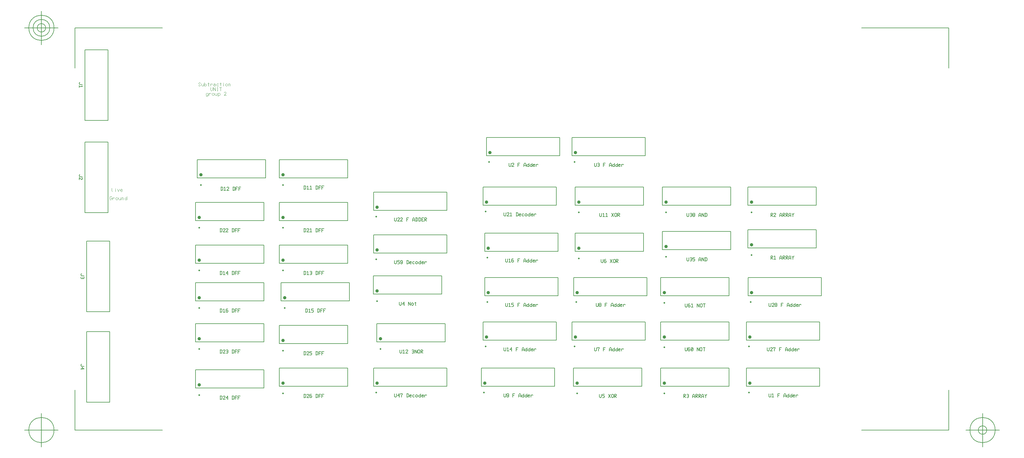
<source format=gbr>
G04 Generated by Ultiboard 14.1 *
%FSLAX24Y24*%
%MOIN*%

%ADD10C,0.0001*%
%ADD11C,0.0061*%
%ADD12C,0.0079*%
%ADD13C,0.0037*%
%ADD14C,0.0080*%
%ADD15C,0.0050*%
%ADD16C,0.01969*%
%ADD17C,0.03937*%


G04 ColorRGB FFFF00 for the following layer *
%LNSilkscreen Top*%
%LPD*%
G54D10*
G54D11*
X-34549Y-5386D02*
X-34628Y-5465D01*
X-34628Y-5543D01*
X-34549Y-5622D01*
X-34234Y-5622D01*
X-34470Y-5974D02*
X-34470Y-5739D01*
X-34234Y-5935D01*
X-34628Y-5935D01*
X-34628Y-5896D02*
X-34628Y-5974D01*
X-34549Y5214D02*
X-34628Y5135D01*
X-34628Y5057D01*
X-34549Y4978D01*
X-34234Y4978D01*
X-34273Y4822D02*
X-34234Y4782D01*
X-34234Y4704D01*
X-34313Y4626D01*
X-34391Y4626D01*
X-34431Y4665D01*
X-34470Y4626D01*
X-34549Y4626D01*
X-34628Y4704D01*
X-34628Y4782D01*
X-34588Y4822D01*
X-34431Y4782D02*
X-34431Y4665D01*
X-34749Y16814D02*
X-34828Y16735D01*
X-34828Y16657D01*
X-34749Y16578D01*
X-34434Y16578D01*
X-34513Y16461D02*
X-34434Y16382D01*
X-34434Y16304D01*
X-34513Y16226D01*
X-34552Y16226D01*
X-34828Y16461D01*
X-34828Y16226D01*
X-34788Y16226D01*
X-34749Y27614D02*
X-34828Y27535D01*
X-34828Y27457D01*
X-34749Y27378D01*
X-34434Y27378D01*
X-34513Y27222D02*
X-34434Y27143D01*
X-34828Y27143D01*
X-34828Y27261D02*
X-34828Y27026D01*
X36049Y1698D02*
X36049Y1383D01*
X36128Y1304D01*
X36206Y1304D01*
X36284Y1383D01*
X36284Y1698D01*
X36598Y1698D02*
X36480Y1698D01*
X36402Y1619D01*
X36402Y1462D01*
X36402Y1383D01*
X36480Y1304D01*
X36559Y1304D01*
X36637Y1383D01*
X36637Y1462D01*
X36559Y1541D01*
X36480Y1541D01*
X36402Y1462D01*
X36794Y1619D02*
X36872Y1698D01*
X36872Y1304D01*
X36755Y1304D02*
X36990Y1304D01*
X37460Y1304D02*
X37460Y1698D01*
X37696Y1304D01*
X37696Y1698D01*
X37813Y1383D02*
X37891Y1304D01*
X37970Y1304D01*
X38048Y1383D01*
X38048Y1619D01*
X37970Y1698D01*
X37891Y1698D01*
X37813Y1619D01*
X37813Y1383D01*
X38283Y1304D02*
X38283Y1698D01*
X38166Y1698D02*
X38401Y1698D01*
X36034Y-3439D02*
X36034Y-3754D01*
X36112Y-3833D01*
X36190Y-3833D01*
X36269Y-3754D01*
X36269Y-3439D01*
X36582Y-3439D02*
X36465Y-3439D01*
X36386Y-3518D01*
X36386Y-3676D01*
X36386Y-3754D01*
X36465Y-3833D01*
X36543Y-3833D01*
X36622Y-3754D01*
X36622Y-3676D01*
X36543Y-3597D01*
X36465Y-3597D01*
X36386Y-3676D01*
X36739Y-3518D02*
X36818Y-3439D01*
X36896Y-3439D01*
X36974Y-3518D01*
X36974Y-3754D01*
X36896Y-3833D01*
X36818Y-3833D01*
X36739Y-3754D01*
X36739Y-3518D01*
X36974Y-3518D02*
X36739Y-3754D01*
X37445Y-3833D02*
X37445Y-3439D01*
X37680Y-3833D01*
X37680Y-3439D01*
X37797Y-3754D02*
X37876Y-3833D01*
X37954Y-3833D01*
X38033Y-3754D01*
X38033Y-3518D01*
X37954Y-3439D01*
X37876Y-3439D01*
X37797Y-3518D01*
X37797Y-3754D01*
X38268Y-3833D02*
X38268Y-3439D01*
X38150Y-3439D02*
X38385Y-3439D01*
X35873Y-9296D02*
X35873Y-8902D01*
X36030Y-8902D01*
X36108Y-8981D01*
X36108Y-9020D01*
X36030Y-9099D01*
X35873Y-9099D01*
X35912Y-9099D02*
X36108Y-9296D01*
X36265Y-8941D02*
X36304Y-8902D01*
X36382Y-8902D01*
X36461Y-8981D01*
X36461Y-9059D01*
X36422Y-9099D01*
X36461Y-9138D01*
X36461Y-9217D01*
X36382Y-9296D01*
X36304Y-9296D01*
X36265Y-9256D01*
X36304Y-9099D02*
X36422Y-9099D01*
X36931Y-9296D02*
X36931Y-9059D01*
X37010Y-8902D01*
X37088Y-8902D01*
X37166Y-9059D01*
X37166Y-9296D01*
X36931Y-9178D02*
X37166Y-9178D01*
X37284Y-9296D02*
X37284Y-8902D01*
X37441Y-8902D01*
X37519Y-8981D01*
X37519Y-9020D01*
X37441Y-9099D01*
X37284Y-9099D01*
X37323Y-9099D02*
X37519Y-9296D01*
X37637Y-9296D02*
X37637Y-8902D01*
X37793Y-8902D01*
X37872Y-8981D01*
X37872Y-9020D01*
X37793Y-9099D01*
X37637Y-9099D01*
X37676Y-9099D02*
X37872Y-9296D01*
X37989Y-9296D02*
X37989Y-9059D01*
X38068Y-8902D01*
X38146Y-8902D01*
X38225Y-9059D01*
X38225Y-9296D01*
X37989Y-9178D02*
X38225Y-9178D01*
X38342Y-8902D02*
X38460Y-9099D01*
X38577Y-8902D01*
X38460Y-9099D02*
X38460Y-9296D01*
X46073Y6904D02*
X46073Y7298D01*
X46230Y7298D01*
X46308Y7219D01*
X46308Y7180D01*
X46230Y7101D01*
X46073Y7101D01*
X46112Y7101D02*
X46308Y6904D01*
X46465Y7219D02*
X46543Y7298D01*
X46543Y6904D01*
X46426Y6904D02*
X46661Y6904D01*
X47131Y6904D02*
X47131Y7141D01*
X47210Y7298D01*
X47288Y7298D01*
X47366Y7141D01*
X47366Y6904D01*
X47131Y7022D02*
X47366Y7022D01*
X47484Y6904D02*
X47484Y7298D01*
X47641Y7298D01*
X47719Y7219D01*
X47719Y7180D01*
X47641Y7101D01*
X47484Y7101D01*
X47523Y7101D02*
X47719Y6904D01*
X47837Y6904D02*
X47837Y7298D01*
X47993Y7298D01*
X48072Y7219D01*
X48072Y7180D01*
X47993Y7101D01*
X47837Y7101D01*
X47876Y7101D02*
X48072Y6904D01*
X48189Y6904D02*
X48189Y7141D01*
X48268Y7298D01*
X48346Y7298D01*
X48425Y7141D01*
X48425Y6904D01*
X48189Y7022D02*
X48425Y7022D01*
X48542Y7298D02*
X48660Y7101D01*
X48777Y7298D01*
X48660Y7101D02*
X48660Y6904D01*
X46073Y11904D02*
X46073Y12298D01*
X46230Y12298D01*
X46308Y12219D01*
X46308Y12180D01*
X46230Y12101D01*
X46073Y12101D01*
X46112Y12101D02*
X46308Y11904D01*
X46426Y12219D02*
X46504Y12298D01*
X46582Y12298D01*
X46661Y12219D01*
X46661Y12180D01*
X46426Y11904D01*
X46661Y11904D01*
X46661Y11944D01*
X47131Y11904D02*
X47131Y12141D01*
X47210Y12298D01*
X47288Y12298D01*
X47366Y12141D01*
X47366Y11904D01*
X47131Y12022D02*
X47366Y12022D01*
X47484Y11904D02*
X47484Y12298D01*
X47641Y12298D01*
X47719Y12219D01*
X47719Y12180D01*
X47641Y12101D01*
X47484Y12101D01*
X47523Y12101D02*
X47719Y11904D01*
X47837Y11904D02*
X47837Y12298D01*
X47993Y12298D01*
X48072Y12219D01*
X48072Y12180D01*
X47993Y12101D01*
X47837Y12101D01*
X47876Y12101D02*
X48072Y11904D01*
X48189Y11904D02*
X48189Y12141D01*
X48268Y12298D01*
X48346Y12298D01*
X48425Y12141D01*
X48425Y11904D01*
X48189Y12022D02*
X48425Y12022D01*
X48542Y12298D02*
X48660Y12101D01*
X48777Y12298D01*
X48660Y12101D02*
X48660Y11904D01*
X-18266Y14967D02*
X-18110Y14967D01*
X-18031Y15046D01*
X-18031Y15282D01*
X-18110Y15361D01*
X-18266Y15361D01*
X-18227Y15361D02*
X-18227Y14967D01*
X-17874Y15282D02*
X-17796Y15361D01*
X-17796Y14967D01*
X-17914Y14967D02*
X-17678Y14967D01*
X-17561Y15282D02*
X-17482Y15361D01*
X-17404Y15361D01*
X-17326Y15282D01*
X-17326Y15243D01*
X-17561Y14967D01*
X-17326Y14967D01*
X-17326Y15006D01*
X-16855Y14967D02*
X-16699Y14967D01*
X-16620Y15046D01*
X-16620Y15282D01*
X-16699Y15361D01*
X-16855Y15361D01*
X-16816Y15361D02*
X-16816Y14967D01*
X-16503Y14967D02*
X-16503Y15361D01*
X-16267Y15361D01*
X-16503Y15164D02*
X-16346Y15164D01*
X-16150Y14967D02*
X-16150Y15361D01*
X-15915Y15361D01*
X-16150Y15164D02*
X-15993Y15164D01*
X-8551Y15104D02*
X-8394Y15104D01*
X-8316Y15183D01*
X-8316Y15419D01*
X-8394Y15498D01*
X-8551Y15498D01*
X-8511Y15498D02*
X-8511Y15104D01*
X-8159Y15419D02*
X-8080Y15498D01*
X-8080Y15104D01*
X-8198Y15104D02*
X-7963Y15104D01*
X-7806Y15419D02*
X-7728Y15498D01*
X-7728Y15104D01*
X-7845Y15104D02*
X-7610Y15104D01*
X-7140Y15104D02*
X-6983Y15104D01*
X-6904Y15183D01*
X-6904Y15419D01*
X-6983Y15498D01*
X-7140Y15498D01*
X-7100Y15498D02*
X-7100Y15104D01*
X-6787Y15104D02*
X-6787Y15498D01*
X-6552Y15498D01*
X-6787Y15301D02*
X-6630Y15301D01*
X-6434Y15104D02*
X-6434Y15498D01*
X-6199Y15498D01*
X-6434Y15301D02*
X-6277Y15301D01*
X-18351Y10104D02*
X-18194Y10104D01*
X-18116Y10183D01*
X-18116Y10419D01*
X-18194Y10498D01*
X-18351Y10498D01*
X-18311Y10498D02*
X-18311Y10104D01*
X-17998Y10419D02*
X-17920Y10498D01*
X-17841Y10498D01*
X-17763Y10419D01*
X-17763Y10380D01*
X-17998Y10104D01*
X-17763Y10104D01*
X-17763Y10144D01*
X-17645Y10419D02*
X-17567Y10498D01*
X-17488Y10498D01*
X-17410Y10419D01*
X-17410Y10380D01*
X-17645Y10104D01*
X-17410Y10104D01*
X-17410Y10144D01*
X-16940Y10104D02*
X-16783Y10104D01*
X-16704Y10183D01*
X-16704Y10419D01*
X-16783Y10498D01*
X-16940Y10498D01*
X-16900Y10498D02*
X-16900Y10104D01*
X-16587Y10104D02*
X-16587Y10498D01*
X-16352Y10498D01*
X-16587Y10301D02*
X-16430Y10301D01*
X-16234Y10104D02*
X-16234Y10498D01*
X-15999Y10498D01*
X-16234Y10301D02*
X-16077Y10301D01*
X-8551Y10104D02*
X-8394Y10104D01*
X-8316Y10183D01*
X-8316Y10419D01*
X-8394Y10498D01*
X-8551Y10498D01*
X-8511Y10498D02*
X-8511Y10104D01*
X-8198Y10419D02*
X-8120Y10498D01*
X-8041Y10498D01*
X-7963Y10419D01*
X-7963Y10380D01*
X-8198Y10104D01*
X-7963Y10104D01*
X-7963Y10144D01*
X-7806Y10419D02*
X-7728Y10498D01*
X-7728Y10104D01*
X-7845Y10104D02*
X-7610Y10104D01*
X-7140Y10104D02*
X-6983Y10104D01*
X-6904Y10183D01*
X-6904Y10419D01*
X-6983Y10498D01*
X-7140Y10498D01*
X-7100Y10498D02*
X-7100Y10104D01*
X-6787Y10104D02*
X-6787Y10498D01*
X-6552Y10498D01*
X-6787Y10301D02*
X-6630Y10301D01*
X-6434Y10104D02*
X-6434Y10498D01*
X-6199Y10498D01*
X-6434Y10301D02*
X-6277Y10301D01*
X-18351Y5104D02*
X-18194Y5104D01*
X-18116Y5183D01*
X-18116Y5419D01*
X-18194Y5498D01*
X-18351Y5498D01*
X-18311Y5498D02*
X-18311Y5104D01*
X-17959Y5419D02*
X-17880Y5498D01*
X-17880Y5104D01*
X-17998Y5104D02*
X-17763Y5104D01*
X-17410Y5262D02*
X-17645Y5262D01*
X-17449Y5498D01*
X-17449Y5104D01*
X-17488Y5104D02*
X-17410Y5104D01*
X-16940Y5104D02*
X-16783Y5104D01*
X-16704Y5183D01*
X-16704Y5419D01*
X-16783Y5498D01*
X-16940Y5498D01*
X-16900Y5498D02*
X-16900Y5104D01*
X-16587Y5104D02*
X-16587Y5498D01*
X-16352Y5498D01*
X-16587Y5301D02*
X-16430Y5301D01*
X-16234Y5104D02*
X-16234Y5498D01*
X-15999Y5498D01*
X-16234Y5301D02*
X-16077Y5301D01*
X-8551Y5104D02*
X-8394Y5104D01*
X-8316Y5183D01*
X-8316Y5419D01*
X-8394Y5498D01*
X-8551Y5498D01*
X-8511Y5498D02*
X-8511Y5104D01*
X-8159Y5419D02*
X-8080Y5498D01*
X-8080Y5104D01*
X-8198Y5104D02*
X-7963Y5104D01*
X-7806Y5459D02*
X-7767Y5498D01*
X-7688Y5498D01*
X-7610Y5419D01*
X-7610Y5341D01*
X-7649Y5301D01*
X-7610Y5262D01*
X-7610Y5183D01*
X-7688Y5104D01*
X-7767Y5104D01*
X-7806Y5144D01*
X-7767Y5301D02*
X-7649Y5301D01*
X-7140Y5104D02*
X-6983Y5104D01*
X-6904Y5183D01*
X-6904Y5419D01*
X-6983Y5498D01*
X-7140Y5498D01*
X-7100Y5498D02*
X-7100Y5104D01*
X-6787Y5104D02*
X-6787Y5498D01*
X-6552Y5498D01*
X-6787Y5301D02*
X-6630Y5301D01*
X-6434Y5104D02*
X-6434Y5498D01*
X-6199Y5498D01*
X-6434Y5301D02*
X-6277Y5301D01*
X-18351Y704D02*
X-18194Y704D01*
X-18116Y783D01*
X-18116Y1019D01*
X-18194Y1098D01*
X-18351Y1098D01*
X-18311Y1098D02*
X-18311Y704D01*
X-17959Y1019D02*
X-17880Y1098D01*
X-17880Y704D01*
X-17998Y704D02*
X-17763Y704D01*
X-17449Y1098D02*
X-17567Y1098D01*
X-17645Y1019D01*
X-17645Y862D01*
X-17645Y783D01*
X-17567Y704D01*
X-17488Y704D01*
X-17410Y783D01*
X-17410Y862D01*
X-17488Y941D01*
X-17567Y941D01*
X-17645Y862D01*
X-16940Y704D02*
X-16783Y704D01*
X-16704Y783D01*
X-16704Y1019D01*
X-16783Y1098D01*
X-16940Y1098D01*
X-16900Y1098D02*
X-16900Y704D01*
X-16587Y704D02*
X-16587Y1098D01*
X-16352Y1098D01*
X-16587Y901D02*
X-16430Y901D01*
X-16234Y704D02*
X-16234Y1098D01*
X-15999Y1098D01*
X-16234Y901D02*
X-16077Y901D01*
X-8351Y704D02*
X-8194Y704D01*
X-8116Y783D01*
X-8116Y1019D01*
X-8194Y1098D01*
X-8351Y1098D01*
X-8311Y1098D02*
X-8311Y704D01*
X-7959Y1019D02*
X-7880Y1098D01*
X-7880Y704D01*
X-7998Y704D02*
X-7763Y704D01*
X-7410Y1098D02*
X-7645Y1098D01*
X-7645Y941D01*
X-7488Y941D01*
X-7410Y862D01*
X-7410Y783D01*
X-7488Y704D01*
X-7645Y704D01*
X-6940Y704D02*
X-6783Y704D01*
X-6704Y783D01*
X-6704Y1019D01*
X-6783Y1098D01*
X-6940Y1098D01*
X-6900Y1098D02*
X-6900Y704D01*
X-6587Y704D02*
X-6587Y1098D01*
X-6352Y1098D01*
X-6587Y901D02*
X-6430Y901D01*
X-6234Y704D02*
X-6234Y1098D01*
X-5999Y1098D01*
X-6234Y901D02*
X-6077Y901D01*
X-18351Y-4096D02*
X-18194Y-4096D01*
X-18116Y-4017D01*
X-18116Y-3781D01*
X-18194Y-3702D01*
X-18351Y-3702D01*
X-18311Y-3702D02*
X-18311Y-4096D01*
X-17998Y-3781D02*
X-17920Y-3702D01*
X-17841Y-3702D01*
X-17763Y-3781D01*
X-17763Y-3820D01*
X-17998Y-4096D01*
X-17763Y-4096D01*
X-17763Y-4056D01*
X-17606Y-3741D02*
X-17567Y-3702D01*
X-17488Y-3702D01*
X-17410Y-3781D01*
X-17410Y-3859D01*
X-17449Y-3899D01*
X-17410Y-3938D01*
X-17410Y-4017D01*
X-17488Y-4096D01*
X-17567Y-4096D01*
X-17606Y-4056D01*
X-17567Y-3899D02*
X-17449Y-3899D01*
X-16940Y-4096D02*
X-16783Y-4096D01*
X-16704Y-4017D01*
X-16704Y-3781D01*
X-16783Y-3702D01*
X-16940Y-3702D01*
X-16900Y-3702D02*
X-16900Y-4096D01*
X-16587Y-4096D02*
X-16587Y-3702D01*
X-16352Y-3702D01*
X-16587Y-3899D02*
X-16430Y-3899D01*
X-16234Y-4096D02*
X-16234Y-3702D01*
X-15999Y-3702D01*
X-16234Y-3899D02*
X-16077Y-3899D01*
X-8551Y-4296D02*
X-8394Y-4296D01*
X-8316Y-4217D01*
X-8316Y-3981D01*
X-8394Y-3902D01*
X-8551Y-3902D01*
X-8511Y-3902D02*
X-8511Y-4296D01*
X-8198Y-3981D02*
X-8120Y-3902D01*
X-8041Y-3902D01*
X-7963Y-3981D01*
X-7963Y-4020D01*
X-8198Y-4296D01*
X-7963Y-4296D01*
X-7963Y-4256D01*
X-7610Y-3902D02*
X-7845Y-3902D01*
X-7845Y-4059D01*
X-7688Y-4059D01*
X-7610Y-4138D01*
X-7610Y-4217D01*
X-7688Y-4296D01*
X-7845Y-4296D01*
X-7140Y-4296D02*
X-6983Y-4296D01*
X-6904Y-4217D01*
X-6904Y-3981D01*
X-6983Y-3902D01*
X-7140Y-3902D01*
X-7100Y-3902D02*
X-7100Y-4296D01*
X-6787Y-4296D02*
X-6787Y-3902D01*
X-6552Y-3902D01*
X-6787Y-4099D02*
X-6630Y-4099D01*
X-6434Y-4296D02*
X-6434Y-3902D01*
X-6199Y-3902D01*
X-6434Y-4099D02*
X-6277Y-4099D01*
X-18351Y-9496D02*
X-18194Y-9496D01*
X-18116Y-9417D01*
X-18116Y-9181D01*
X-18194Y-9102D01*
X-18351Y-9102D01*
X-18311Y-9102D02*
X-18311Y-9496D01*
X-17998Y-9181D02*
X-17920Y-9102D01*
X-17841Y-9102D01*
X-17763Y-9181D01*
X-17763Y-9220D01*
X-17998Y-9496D01*
X-17763Y-9496D01*
X-17763Y-9456D01*
X-17410Y-9338D02*
X-17645Y-9338D01*
X-17449Y-9102D01*
X-17449Y-9496D01*
X-17488Y-9496D02*
X-17410Y-9496D01*
X-16940Y-9496D02*
X-16783Y-9496D01*
X-16704Y-9417D01*
X-16704Y-9181D01*
X-16783Y-9102D01*
X-16940Y-9102D01*
X-16900Y-9102D02*
X-16900Y-9496D01*
X-16587Y-9496D02*
X-16587Y-9102D01*
X-16352Y-9102D01*
X-16587Y-9299D02*
X-16430Y-9299D01*
X-16234Y-9496D02*
X-16234Y-9102D01*
X-15999Y-9102D01*
X-16234Y-9299D02*
X-16077Y-9299D01*
X-8551Y-9296D02*
X-8394Y-9296D01*
X-8316Y-9217D01*
X-8316Y-8981D01*
X-8394Y-8902D01*
X-8551Y-8902D01*
X-8511Y-8902D02*
X-8511Y-9296D01*
X-8198Y-8981D02*
X-8120Y-8902D01*
X-8041Y-8902D01*
X-7963Y-8981D01*
X-7963Y-9020D01*
X-8198Y-9296D01*
X-7963Y-9296D01*
X-7963Y-9256D01*
X-7649Y-8902D02*
X-7767Y-8902D01*
X-7845Y-8981D01*
X-7845Y-9138D01*
X-7845Y-9217D01*
X-7767Y-9296D01*
X-7688Y-9296D01*
X-7610Y-9217D01*
X-7610Y-9138D01*
X-7688Y-9059D01*
X-7767Y-9059D01*
X-7845Y-9138D01*
X-7140Y-9296D02*
X-6983Y-9296D01*
X-6904Y-9217D01*
X-6904Y-8981D01*
X-6983Y-8902D01*
X-7140Y-8902D01*
X-7100Y-8902D02*
X-7100Y-9296D01*
X-6787Y-9296D02*
X-6787Y-8902D01*
X-6552Y-8902D01*
X-6787Y-9099D02*
X-6630Y-9099D01*
X-6434Y-9296D02*
X-6434Y-8902D01*
X-6199Y-8902D01*
X-6434Y-9099D02*
X-6277Y-9099D01*
X2060Y6758D02*
X2060Y6443D01*
X2138Y6364D01*
X2216Y6364D01*
X2295Y6443D01*
X2295Y6758D01*
X2647Y6758D02*
X2412Y6758D01*
X2412Y6600D01*
X2569Y6600D01*
X2647Y6522D01*
X2647Y6443D01*
X2569Y6364D01*
X2412Y6364D01*
X2765Y6443D02*
X2843Y6364D01*
X2922Y6364D01*
X3000Y6443D01*
X3000Y6600D01*
X3000Y6679D01*
X2922Y6758D01*
X2843Y6758D01*
X2765Y6679D01*
X2765Y6600D01*
X2843Y6522D01*
X2922Y6522D01*
X3000Y6600D01*
X3471Y6364D02*
X3627Y6364D01*
X3706Y6443D01*
X3706Y6679D01*
X3627Y6758D01*
X3471Y6758D01*
X3510Y6758D02*
X3510Y6364D01*
X4058Y6443D02*
X3980Y6364D01*
X3902Y6364D01*
X3823Y6443D01*
X3823Y6561D01*
X3902Y6640D01*
X3980Y6640D01*
X4058Y6561D01*
X4019Y6522D01*
X3823Y6522D01*
X4372Y6404D02*
X4333Y6364D01*
X4254Y6364D01*
X4176Y6443D01*
X4176Y6561D01*
X4254Y6640D01*
X4333Y6640D01*
X4372Y6600D01*
X4529Y6443D02*
X4607Y6364D01*
X4686Y6364D01*
X4764Y6443D01*
X4764Y6561D01*
X4686Y6640D01*
X4607Y6640D01*
X4529Y6561D01*
X4529Y6443D01*
X5117Y6443D02*
X5038Y6364D01*
X4960Y6364D01*
X4882Y6443D01*
X4882Y6522D01*
X4960Y6600D01*
X5038Y6600D01*
X5117Y6522D01*
X5117Y6758D02*
X5117Y6364D01*
X5470Y6443D02*
X5391Y6364D01*
X5313Y6364D01*
X5234Y6443D01*
X5234Y6561D01*
X5313Y6640D01*
X5391Y6640D01*
X5470Y6561D01*
X5430Y6522D01*
X5234Y6522D01*
X5587Y6522D02*
X5705Y6640D01*
X5744Y6640D01*
X5822Y6561D01*
X5587Y6364D02*
X5587Y6640D01*
X2060Y11758D02*
X2060Y11443D01*
X2138Y11364D01*
X2216Y11364D01*
X2295Y11443D01*
X2295Y11758D01*
X2412Y11679D02*
X2491Y11758D01*
X2569Y11758D01*
X2647Y11679D01*
X2647Y11640D01*
X2412Y11364D01*
X2647Y11364D01*
X2647Y11404D01*
X2765Y11679D02*
X2843Y11758D01*
X2922Y11758D01*
X3000Y11679D01*
X3000Y11640D01*
X2765Y11364D01*
X3000Y11364D01*
X3000Y11404D01*
X3471Y11364D02*
X3471Y11758D01*
X3706Y11758D01*
X3471Y11561D02*
X3627Y11561D01*
X4176Y11364D02*
X4176Y11600D01*
X4254Y11758D01*
X4333Y11758D01*
X4411Y11600D01*
X4411Y11364D01*
X4176Y11482D02*
X4411Y11482D01*
X4529Y11364D02*
X4686Y11364D01*
X4764Y11443D01*
X4764Y11679D01*
X4686Y11758D01*
X4529Y11758D01*
X4568Y11758D02*
X4568Y11364D01*
X4882Y11364D02*
X5038Y11364D01*
X5117Y11443D01*
X5117Y11679D01*
X5038Y11758D01*
X4882Y11758D01*
X4921Y11758D02*
X4921Y11364D01*
X5470Y11364D02*
X5234Y11364D01*
X5234Y11561D01*
X5234Y11758D01*
X5470Y11758D01*
X5234Y11561D02*
X5391Y11561D01*
X5587Y11364D02*
X5587Y11758D01*
X5744Y11758D01*
X5822Y11679D01*
X5822Y11640D01*
X5744Y11561D01*
X5587Y11561D01*
X5626Y11561D02*
X5822Y11364D01*
X2626Y1898D02*
X2626Y1583D01*
X2704Y1504D01*
X2782Y1504D01*
X2861Y1583D01*
X2861Y1898D01*
X3214Y1662D02*
X2978Y1662D01*
X3174Y1898D01*
X3174Y1504D01*
X3135Y1504D02*
X3214Y1504D01*
X3684Y1504D02*
X3684Y1898D01*
X3919Y1504D01*
X3919Y1898D01*
X4037Y1583D02*
X4115Y1504D01*
X4193Y1504D01*
X4272Y1583D01*
X4272Y1701D01*
X4193Y1780D01*
X4115Y1780D01*
X4037Y1701D01*
X4037Y1583D01*
X4585Y1544D02*
X4546Y1504D01*
X4507Y1544D01*
X4507Y1898D01*
X4429Y1780D02*
X4585Y1780D01*
X2673Y-3702D02*
X2673Y-4017D01*
X2751Y-4096D01*
X2830Y-4096D01*
X2908Y-4017D01*
X2908Y-3702D01*
X3065Y-3781D02*
X3143Y-3702D01*
X3143Y-4096D01*
X3026Y-4096D02*
X3261Y-4096D01*
X3378Y-3781D02*
X3457Y-3702D01*
X3535Y-3702D01*
X3614Y-3781D01*
X3614Y-3820D01*
X3378Y-4096D01*
X3614Y-4096D01*
X3614Y-4056D01*
X4123Y-3741D02*
X4162Y-3702D01*
X4241Y-3702D01*
X4319Y-3781D01*
X4319Y-3859D01*
X4280Y-3899D01*
X4319Y-3938D01*
X4319Y-4017D01*
X4241Y-4096D01*
X4162Y-4096D01*
X4123Y-4056D01*
X4162Y-3899D02*
X4280Y-3899D01*
X4437Y-4096D02*
X4437Y-3702D01*
X4672Y-4096D01*
X4672Y-3702D01*
X4789Y-4017D02*
X4868Y-4096D01*
X4946Y-4096D01*
X5025Y-4017D01*
X5025Y-3781D01*
X4946Y-3702D01*
X4868Y-3702D01*
X4789Y-3781D01*
X4789Y-4017D01*
X5142Y-4096D02*
X5142Y-3702D01*
X5299Y-3702D01*
X5377Y-3781D01*
X5377Y-3820D01*
X5299Y-3899D01*
X5142Y-3899D01*
X5181Y-3899D02*
X5377Y-4096D01*
X2060Y-8842D02*
X2060Y-9157D01*
X2138Y-9236D01*
X2216Y-9236D01*
X2295Y-9157D01*
X2295Y-8842D01*
X2647Y-9078D02*
X2412Y-9078D01*
X2608Y-8842D01*
X2608Y-9236D01*
X2569Y-9236D02*
X2647Y-9236D01*
X2883Y-9236D02*
X2883Y-9039D01*
X3000Y-8921D01*
X3000Y-8842D01*
X2765Y-8842D01*
X2765Y-8921D01*
X3471Y-9236D02*
X3627Y-9236D01*
X3706Y-9157D01*
X3706Y-8921D01*
X3627Y-8842D01*
X3471Y-8842D01*
X3510Y-8842D02*
X3510Y-9236D01*
X4058Y-9157D02*
X3980Y-9236D01*
X3902Y-9236D01*
X3823Y-9157D01*
X3823Y-9039D01*
X3902Y-8960D01*
X3980Y-8960D01*
X4058Y-9039D01*
X4019Y-9078D01*
X3823Y-9078D01*
X4372Y-9196D02*
X4333Y-9236D01*
X4254Y-9236D01*
X4176Y-9157D01*
X4176Y-9039D01*
X4254Y-8960D01*
X4333Y-8960D01*
X4372Y-9000D01*
X4529Y-9157D02*
X4607Y-9236D01*
X4686Y-9236D01*
X4764Y-9157D01*
X4764Y-9039D01*
X4686Y-8960D01*
X4607Y-8960D01*
X4529Y-9039D01*
X4529Y-9157D01*
X5117Y-9157D02*
X5038Y-9236D01*
X4960Y-9236D01*
X4882Y-9157D01*
X4882Y-9078D01*
X4960Y-9000D01*
X5038Y-9000D01*
X5117Y-9078D01*
X5117Y-8842D02*
X5117Y-9236D01*
X5470Y-9157D02*
X5391Y-9236D01*
X5313Y-9236D01*
X5234Y-9157D01*
X5234Y-9039D01*
X5313Y-8960D01*
X5391Y-8960D01*
X5470Y-9039D01*
X5430Y-9078D01*
X5234Y-9078D01*
X5587Y-9078D02*
X5705Y-8960D01*
X5744Y-8960D01*
X5822Y-9039D01*
X5587Y-9236D02*
X5587Y-8960D01*
X15436Y18158D02*
X15436Y17843D01*
X15514Y17764D01*
X15593Y17764D01*
X15671Y17843D01*
X15671Y18158D01*
X15789Y18079D02*
X15867Y18158D01*
X15945Y18158D01*
X16024Y18079D01*
X16024Y18040D01*
X15789Y17764D01*
X16024Y17764D01*
X16024Y17804D01*
X16494Y17764D02*
X16494Y18158D01*
X16729Y18158D01*
X16494Y17961D02*
X16651Y17961D01*
X17200Y17764D02*
X17200Y18000D01*
X17278Y18158D01*
X17356Y18158D01*
X17435Y18000D01*
X17435Y17764D01*
X17200Y17882D02*
X17435Y17882D01*
X17788Y17843D02*
X17709Y17764D01*
X17631Y17764D01*
X17552Y17843D01*
X17552Y17922D01*
X17631Y18000D01*
X17709Y18000D01*
X17788Y17922D01*
X17788Y18158D02*
X17788Y17764D01*
X18140Y17843D02*
X18062Y17764D01*
X17984Y17764D01*
X17905Y17843D01*
X17905Y17922D01*
X17984Y18000D01*
X18062Y18000D01*
X18140Y17922D01*
X18140Y18158D02*
X18140Y17764D01*
X18493Y17843D02*
X18415Y17764D01*
X18336Y17764D01*
X18258Y17843D01*
X18258Y17961D01*
X18336Y18040D01*
X18415Y18040D01*
X18493Y17961D01*
X18454Y17922D01*
X18258Y17922D01*
X18611Y17922D02*
X18728Y18040D01*
X18768Y18040D01*
X18846Y17961D01*
X18611Y17764D02*
X18611Y18040D01*
X14860Y12358D02*
X14860Y12043D01*
X14938Y11964D01*
X15016Y11964D01*
X15095Y12043D01*
X15095Y12358D01*
X15212Y12279D02*
X15291Y12358D01*
X15369Y12358D01*
X15447Y12279D01*
X15447Y12240D01*
X15212Y11964D01*
X15447Y11964D01*
X15447Y12004D01*
X15604Y12279D02*
X15683Y12358D01*
X15683Y11964D01*
X15565Y11964D02*
X15800Y11964D01*
X16271Y11964D02*
X16427Y11964D01*
X16506Y12043D01*
X16506Y12279D01*
X16427Y12358D01*
X16271Y12358D01*
X16310Y12358D02*
X16310Y11964D01*
X16858Y12043D02*
X16780Y11964D01*
X16702Y11964D01*
X16623Y12043D01*
X16623Y12161D01*
X16702Y12240D01*
X16780Y12240D01*
X16858Y12161D01*
X16819Y12122D01*
X16623Y12122D01*
X17172Y12004D02*
X17133Y11964D01*
X17054Y11964D01*
X16976Y12043D01*
X16976Y12161D01*
X17054Y12240D01*
X17133Y12240D01*
X17172Y12200D01*
X17329Y12043D02*
X17407Y11964D01*
X17486Y11964D01*
X17564Y12043D01*
X17564Y12161D01*
X17486Y12240D01*
X17407Y12240D01*
X17329Y12161D01*
X17329Y12043D01*
X17917Y12043D02*
X17838Y11964D01*
X17760Y11964D01*
X17682Y12043D01*
X17682Y12122D01*
X17760Y12200D01*
X17838Y12200D01*
X17917Y12122D01*
X17917Y12358D02*
X17917Y11964D01*
X18270Y12043D02*
X18191Y11964D01*
X18113Y11964D01*
X18034Y12043D01*
X18034Y12161D01*
X18113Y12240D01*
X18191Y12240D01*
X18270Y12161D01*
X18230Y12122D01*
X18034Y12122D01*
X18387Y12122D02*
X18505Y12240D01*
X18544Y12240D01*
X18622Y12161D01*
X18387Y11964D02*
X18387Y12240D01*
X15060Y6958D02*
X15060Y6643D01*
X15138Y6564D01*
X15216Y6564D01*
X15295Y6643D01*
X15295Y6958D01*
X15451Y6879D02*
X15530Y6958D01*
X15530Y6564D01*
X15412Y6564D02*
X15647Y6564D01*
X15961Y6958D02*
X15843Y6958D01*
X15765Y6879D01*
X15765Y6722D01*
X15765Y6643D01*
X15843Y6564D01*
X15922Y6564D01*
X16000Y6643D01*
X16000Y6722D01*
X15922Y6800D01*
X15843Y6800D01*
X15765Y6722D01*
X16471Y6564D02*
X16471Y6958D01*
X16706Y6958D01*
X16471Y6761D02*
X16627Y6761D01*
X17176Y6564D02*
X17176Y6800D01*
X17254Y6958D01*
X17333Y6958D01*
X17411Y6800D01*
X17411Y6564D01*
X17176Y6682D02*
X17411Y6682D01*
X17764Y6643D02*
X17686Y6564D01*
X17607Y6564D01*
X17529Y6643D01*
X17529Y6722D01*
X17607Y6800D01*
X17686Y6800D01*
X17764Y6722D01*
X17764Y6958D02*
X17764Y6564D01*
X18117Y6643D02*
X18038Y6564D01*
X17960Y6564D01*
X17882Y6643D01*
X17882Y6722D01*
X17960Y6800D01*
X18038Y6800D01*
X18117Y6722D01*
X18117Y6958D02*
X18117Y6564D01*
X18470Y6643D02*
X18391Y6564D01*
X18313Y6564D01*
X18234Y6643D01*
X18234Y6761D01*
X18313Y6840D01*
X18391Y6840D01*
X18470Y6761D01*
X18430Y6722D01*
X18234Y6722D01*
X18587Y6722D02*
X18705Y6840D01*
X18744Y6840D01*
X18822Y6761D01*
X18587Y6564D02*
X18587Y6840D01*
X15060Y1758D02*
X15060Y1443D01*
X15138Y1364D01*
X15216Y1364D01*
X15295Y1443D01*
X15295Y1758D01*
X15451Y1679D02*
X15530Y1758D01*
X15530Y1364D01*
X15412Y1364D02*
X15647Y1364D01*
X16000Y1758D02*
X15765Y1758D01*
X15765Y1600D01*
X15922Y1600D01*
X16000Y1522D01*
X16000Y1443D01*
X15922Y1364D01*
X15765Y1364D01*
X16471Y1364D02*
X16471Y1758D01*
X16706Y1758D01*
X16471Y1561D02*
X16627Y1561D01*
X17176Y1364D02*
X17176Y1600D01*
X17254Y1758D01*
X17333Y1758D01*
X17411Y1600D01*
X17411Y1364D01*
X17176Y1482D02*
X17411Y1482D01*
X17764Y1443D02*
X17686Y1364D01*
X17607Y1364D01*
X17529Y1443D01*
X17529Y1522D01*
X17607Y1600D01*
X17686Y1600D01*
X17764Y1522D01*
X17764Y1758D02*
X17764Y1364D01*
X18117Y1443D02*
X18038Y1364D01*
X17960Y1364D01*
X17882Y1443D01*
X17882Y1522D01*
X17960Y1600D01*
X18038Y1600D01*
X18117Y1522D01*
X18117Y1758D02*
X18117Y1364D01*
X18470Y1443D02*
X18391Y1364D01*
X18313Y1364D01*
X18234Y1443D01*
X18234Y1561D01*
X18313Y1640D01*
X18391Y1640D01*
X18470Y1561D01*
X18430Y1522D01*
X18234Y1522D01*
X18587Y1522D02*
X18705Y1640D01*
X18744Y1640D01*
X18822Y1561D01*
X18587Y1364D02*
X18587Y1640D01*
X14860Y-3442D02*
X14860Y-3757D01*
X14938Y-3836D01*
X15016Y-3836D01*
X15095Y-3757D01*
X15095Y-3442D01*
X15251Y-3521D02*
X15330Y-3442D01*
X15330Y-3836D01*
X15212Y-3836D02*
X15447Y-3836D01*
X15800Y-3678D02*
X15565Y-3678D01*
X15761Y-3442D01*
X15761Y-3836D01*
X15722Y-3836D02*
X15800Y-3836D01*
X16271Y-3836D02*
X16271Y-3442D01*
X16506Y-3442D01*
X16271Y-3639D02*
X16427Y-3639D01*
X16976Y-3836D02*
X16976Y-3600D01*
X17054Y-3442D01*
X17133Y-3442D01*
X17211Y-3600D01*
X17211Y-3836D01*
X16976Y-3718D02*
X17211Y-3718D01*
X17564Y-3757D02*
X17486Y-3836D01*
X17407Y-3836D01*
X17329Y-3757D01*
X17329Y-3678D01*
X17407Y-3600D01*
X17486Y-3600D01*
X17564Y-3678D01*
X17564Y-3442D02*
X17564Y-3836D01*
X17917Y-3757D02*
X17838Y-3836D01*
X17760Y-3836D01*
X17682Y-3757D01*
X17682Y-3678D01*
X17760Y-3600D01*
X17838Y-3600D01*
X17917Y-3678D01*
X17917Y-3442D02*
X17917Y-3836D01*
X18270Y-3757D02*
X18191Y-3836D01*
X18113Y-3836D01*
X18034Y-3757D01*
X18034Y-3639D01*
X18113Y-3560D01*
X18191Y-3560D01*
X18270Y-3639D01*
X18230Y-3678D01*
X18034Y-3678D01*
X18387Y-3678D02*
X18505Y-3560D01*
X18544Y-3560D01*
X18622Y-3639D01*
X18387Y-3836D02*
X18387Y-3560D01*
X14836Y-8842D02*
X14836Y-9157D01*
X14914Y-9236D01*
X14993Y-9236D01*
X15071Y-9157D01*
X15071Y-8842D01*
X15189Y-9157D02*
X15267Y-9236D01*
X15345Y-9236D01*
X15424Y-9157D01*
X15424Y-9000D01*
X15424Y-8921D01*
X15345Y-8842D01*
X15267Y-8842D01*
X15189Y-8921D01*
X15189Y-9000D01*
X15267Y-9078D01*
X15345Y-9078D01*
X15424Y-9000D01*
X15894Y-9236D02*
X15894Y-8842D01*
X16129Y-8842D01*
X15894Y-9039D02*
X16051Y-9039D01*
X16600Y-9236D02*
X16600Y-9000D01*
X16678Y-8842D01*
X16756Y-8842D01*
X16835Y-9000D01*
X16835Y-9236D01*
X16600Y-9118D02*
X16835Y-9118D01*
X17188Y-9157D02*
X17109Y-9236D01*
X17031Y-9236D01*
X16952Y-9157D01*
X16952Y-9078D01*
X17031Y-9000D01*
X17109Y-9000D01*
X17188Y-9078D01*
X17188Y-8842D02*
X17188Y-9236D01*
X17540Y-9157D02*
X17462Y-9236D01*
X17384Y-9236D01*
X17305Y-9157D01*
X17305Y-9078D01*
X17384Y-9000D01*
X17462Y-9000D01*
X17540Y-9078D01*
X17540Y-8842D02*
X17540Y-9236D01*
X17893Y-9157D02*
X17815Y-9236D01*
X17736Y-9236D01*
X17658Y-9157D01*
X17658Y-9039D01*
X17736Y-8960D01*
X17815Y-8960D01*
X17893Y-9039D01*
X17854Y-9078D01*
X17658Y-9078D01*
X18011Y-9078D02*
X18128Y-8960D01*
X18168Y-8960D01*
X18246Y-9039D01*
X18011Y-9236D02*
X18011Y-8960D01*
X25436Y18158D02*
X25436Y17843D01*
X25514Y17764D01*
X25593Y17764D01*
X25671Y17843D01*
X25671Y18158D01*
X25828Y18119D02*
X25867Y18158D01*
X25945Y18158D01*
X26024Y18079D01*
X26024Y18000D01*
X25985Y17961D01*
X26024Y17922D01*
X26024Y17843D01*
X25945Y17764D01*
X25867Y17764D01*
X25828Y17804D01*
X25867Y17961D02*
X25985Y17961D01*
X26494Y17764D02*
X26494Y18158D01*
X26729Y18158D01*
X26494Y17961D02*
X26651Y17961D01*
X27200Y17764D02*
X27200Y18000D01*
X27278Y18158D01*
X27356Y18158D01*
X27435Y18000D01*
X27435Y17764D01*
X27200Y17882D02*
X27435Y17882D01*
X27788Y17843D02*
X27709Y17764D01*
X27631Y17764D01*
X27552Y17843D01*
X27552Y17922D01*
X27631Y18000D01*
X27709Y18000D01*
X27788Y17922D01*
X27788Y18158D02*
X27788Y17764D01*
X28140Y17843D02*
X28062Y17764D01*
X27984Y17764D01*
X27905Y17843D01*
X27905Y17922D01*
X27984Y18000D01*
X28062Y18000D01*
X28140Y17922D01*
X28140Y18158D02*
X28140Y17764D01*
X28493Y17843D02*
X28415Y17764D01*
X28336Y17764D01*
X28258Y17843D01*
X28258Y17961D01*
X28336Y18040D01*
X28415Y18040D01*
X28493Y17961D01*
X28454Y17922D01*
X28258Y17922D01*
X28611Y17922D02*
X28728Y18040D01*
X28768Y18040D01*
X28846Y17961D01*
X28611Y17764D02*
X28611Y18040D01*
X26049Y12298D02*
X26049Y11983D01*
X26128Y11904D01*
X26206Y11904D01*
X26284Y11983D01*
X26284Y12298D01*
X26441Y12219D02*
X26520Y12298D01*
X26520Y11904D01*
X26402Y11904D02*
X26637Y11904D01*
X26794Y12219D02*
X26872Y12298D01*
X26872Y11904D01*
X26755Y11904D02*
X26990Y11904D01*
X27460Y12298D02*
X27696Y11904D01*
X27460Y11904D02*
X27696Y12298D01*
X27813Y11983D02*
X27891Y11904D01*
X27970Y11904D01*
X28048Y11983D01*
X28048Y12219D01*
X27970Y12298D01*
X27891Y12298D01*
X27813Y12219D01*
X27813Y11983D01*
X28166Y11904D02*
X28166Y12298D01*
X28323Y12298D01*
X28401Y12219D01*
X28401Y12180D01*
X28323Y12101D01*
X28166Y12101D01*
X28205Y12101D02*
X28401Y11904D01*
X26226Y6898D02*
X26226Y6583D01*
X26304Y6504D01*
X26382Y6504D01*
X26461Y6583D01*
X26461Y6898D01*
X26774Y6898D02*
X26657Y6898D01*
X26578Y6819D01*
X26578Y6662D01*
X26578Y6583D01*
X26657Y6504D01*
X26735Y6504D01*
X26814Y6583D01*
X26814Y6662D01*
X26735Y6741D01*
X26657Y6741D01*
X26578Y6662D01*
X27284Y6898D02*
X27519Y6504D01*
X27284Y6504D02*
X27519Y6898D01*
X27637Y6583D02*
X27715Y6504D01*
X27793Y6504D01*
X27872Y6583D01*
X27872Y6819D01*
X27793Y6898D01*
X27715Y6898D01*
X27637Y6819D01*
X27637Y6583D01*
X27989Y6504D02*
X27989Y6898D01*
X28146Y6898D01*
X28225Y6819D01*
X28225Y6780D01*
X28146Y6701D01*
X27989Y6701D01*
X28029Y6701D02*
X28225Y6504D01*
X25636Y1758D02*
X25636Y1443D01*
X25714Y1364D01*
X25793Y1364D01*
X25871Y1443D01*
X25871Y1758D01*
X26145Y1364D02*
X26067Y1364D01*
X25989Y1443D01*
X25989Y1522D01*
X26028Y1561D01*
X25989Y1600D01*
X25989Y1679D01*
X26067Y1758D01*
X26145Y1758D01*
X26224Y1679D01*
X26224Y1600D01*
X26185Y1561D01*
X26224Y1522D01*
X26224Y1443D01*
X26145Y1364D01*
X26028Y1561D02*
X26185Y1561D01*
X26694Y1364D02*
X26694Y1758D01*
X26929Y1758D01*
X26694Y1561D02*
X26851Y1561D01*
X27400Y1364D02*
X27400Y1600D01*
X27478Y1758D01*
X27556Y1758D01*
X27635Y1600D01*
X27635Y1364D01*
X27400Y1482D02*
X27635Y1482D01*
X27988Y1443D02*
X27909Y1364D01*
X27831Y1364D01*
X27752Y1443D01*
X27752Y1522D01*
X27831Y1600D01*
X27909Y1600D01*
X27988Y1522D01*
X27988Y1758D02*
X27988Y1364D01*
X28340Y1443D02*
X28262Y1364D01*
X28184Y1364D01*
X28105Y1443D01*
X28105Y1522D01*
X28184Y1600D01*
X28262Y1600D01*
X28340Y1522D01*
X28340Y1758D02*
X28340Y1364D01*
X28693Y1443D02*
X28615Y1364D01*
X28536Y1364D01*
X28458Y1443D01*
X28458Y1561D01*
X28536Y1640D01*
X28615Y1640D01*
X28693Y1561D01*
X28654Y1522D01*
X28458Y1522D01*
X28811Y1522D02*
X28928Y1640D01*
X28968Y1640D01*
X29046Y1561D01*
X28811Y1364D02*
X28811Y1640D01*
X25436Y-3442D02*
X25436Y-3757D01*
X25514Y-3836D01*
X25593Y-3836D01*
X25671Y-3757D01*
X25671Y-3442D01*
X25906Y-3836D02*
X25906Y-3639D01*
X26024Y-3521D01*
X26024Y-3442D01*
X25789Y-3442D01*
X25789Y-3521D01*
X26494Y-3836D02*
X26494Y-3442D01*
X26729Y-3442D01*
X26494Y-3639D02*
X26651Y-3639D01*
X27200Y-3836D02*
X27200Y-3600D01*
X27278Y-3442D01*
X27356Y-3442D01*
X27435Y-3600D01*
X27435Y-3836D01*
X27200Y-3718D02*
X27435Y-3718D01*
X27788Y-3757D02*
X27709Y-3836D01*
X27631Y-3836D01*
X27552Y-3757D01*
X27552Y-3678D01*
X27631Y-3600D01*
X27709Y-3600D01*
X27788Y-3678D01*
X27788Y-3442D02*
X27788Y-3836D01*
X28140Y-3757D02*
X28062Y-3836D01*
X27984Y-3836D01*
X27905Y-3757D01*
X27905Y-3678D01*
X27984Y-3600D01*
X28062Y-3600D01*
X28140Y-3678D01*
X28140Y-3442D02*
X28140Y-3836D01*
X28493Y-3757D02*
X28415Y-3836D01*
X28336Y-3836D01*
X28258Y-3757D01*
X28258Y-3639D01*
X28336Y-3560D01*
X28415Y-3560D01*
X28493Y-3639D01*
X28454Y-3678D01*
X28258Y-3678D01*
X28611Y-3678D02*
X28728Y-3560D01*
X28768Y-3560D01*
X28846Y-3639D01*
X28611Y-3836D02*
X28611Y-3560D01*
X26026Y-8902D02*
X26026Y-9217D01*
X26104Y-9296D01*
X26182Y-9296D01*
X26261Y-9217D01*
X26261Y-8902D01*
X26614Y-8902D02*
X26378Y-8902D01*
X26378Y-9059D01*
X26535Y-9059D01*
X26614Y-9138D01*
X26614Y-9217D01*
X26535Y-9296D01*
X26378Y-9296D01*
X27084Y-8902D02*
X27319Y-9296D01*
X27084Y-9296D02*
X27319Y-8902D01*
X27437Y-9217D02*
X27515Y-9296D01*
X27593Y-9296D01*
X27672Y-9217D01*
X27672Y-8981D01*
X27593Y-8902D01*
X27515Y-8902D01*
X27437Y-8981D01*
X27437Y-9217D01*
X27789Y-9296D02*
X27789Y-8902D01*
X27946Y-8902D01*
X28025Y-8981D01*
X28025Y-9020D01*
X27946Y-9099D01*
X27789Y-9099D01*
X27829Y-9099D02*
X28025Y-9296D01*
X36249Y12298D02*
X36249Y11983D01*
X36328Y11904D01*
X36406Y11904D01*
X36484Y11983D01*
X36484Y12298D01*
X36641Y12259D02*
X36680Y12298D01*
X36759Y12298D01*
X36837Y12219D01*
X36837Y12141D01*
X36798Y12101D01*
X36837Y12062D01*
X36837Y11983D01*
X36759Y11904D01*
X36680Y11904D01*
X36641Y11944D01*
X36680Y12101D02*
X36798Y12101D01*
X37112Y11904D02*
X37033Y11904D01*
X36955Y11983D01*
X36955Y12062D01*
X36994Y12101D01*
X36955Y12141D01*
X36955Y12219D01*
X37033Y12298D01*
X37112Y12298D01*
X37190Y12219D01*
X37190Y12141D01*
X37151Y12101D01*
X37190Y12062D01*
X37190Y11983D01*
X37112Y11904D01*
X36994Y12101D02*
X37151Y12101D01*
X37660Y11904D02*
X37660Y12141D01*
X37739Y12298D01*
X37817Y12298D01*
X37896Y12141D01*
X37896Y11904D01*
X37660Y12022D02*
X37896Y12022D01*
X38013Y11904D02*
X38013Y12298D01*
X38248Y11904D01*
X38248Y12298D01*
X38366Y11904D02*
X38523Y11904D01*
X38601Y11983D01*
X38601Y12219D01*
X38523Y12298D01*
X38366Y12298D01*
X38405Y12298D02*
X38405Y11904D01*
X36249Y7098D02*
X36249Y6783D01*
X36328Y6704D01*
X36406Y6704D01*
X36484Y6783D01*
X36484Y7098D01*
X36641Y7059D02*
X36680Y7098D01*
X36759Y7098D01*
X36837Y7019D01*
X36837Y6941D01*
X36798Y6901D01*
X36837Y6862D01*
X36837Y6783D01*
X36759Y6704D01*
X36680Y6704D01*
X36641Y6744D01*
X36680Y6901D02*
X36798Y6901D01*
X37190Y7098D02*
X36955Y7098D01*
X36955Y6941D01*
X37112Y6941D01*
X37190Y6862D01*
X37190Y6783D01*
X37112Y6704D01*
X36955Y6704D01*
X37660Y6704D02*
X37660Y6941D01*
X37739Y7098D01*
X37817Y7098D01*
X37896Y6941D01*
X37896Y6704D01*
X37660Y6822D02*
X37896Y6822D01*
X38013Y6704D02*
X38013Y7098D01*
X38248Y6704D01*
X38248Y7098D01*
X38366Y6704D02*
X38523Y6704D01*
X38601Y6783D01*
X38601Y7019D01*
X38523Y7098D01*
X38366Y7098D01*
X38405Y7098D02*
X38405Y6704D01*
X45860Y1758D02*
X45860Y1443D01*
X45938Y1364D01*
X46016Y1364D01*
X46095Y1443D01*
X46095Y1758D01*
X46212Y1679D02*
X46291Y1758D01*
X46369Y1758D01*
X46447Y1679D01*
X46447Y1640D01*
X46212Y1364D01*
X46447Y1364D01*
X46447Y1404D01*
X46722Y1364D02*
X46643Y1364D01*
X46565Y1443D01*
X46565Y1522D01*
X46604Y1561D01*
X46565Y1600D01*
X46565Y1679D01*
X46643Y1758D01*
X46722Y1758D01*
X46800Y1679D01*
X46800Y1600D01*
X46761Y1561D01*
X46800Y1522D01*
X46800Y1443D01*
X46722Y1364D01*
X46604Y1561D02*
X46761Y1561D01*
X47271Y1364D02*
X47271Y1758D01*
X47506Y1758D01*
X47271Y1561D02*
X47427Y1561D01*
X47976Y1364D02*
X47976Y1600D01*
X48054Y1758D01*
X48133Y1758D01*
X48211Y1600D01*
X48211Y1364D01*
X47976Y1482D02*
X48211Y1482D01*
X48564Y1443D02*
X48486Y1364D01*
X48407Y1364D01*
X48329Y1443D01*
X48329Y1522D01*
X48407Y1600D01*
X48486Y1600D01*
X48564Y1522D01*
X48564Y1758D02*
X48564Y1364D01*
X48917Y1443D02*
X48838Y1364D01*
X48760Y1364D01*
X48682Y1443D01*
X48682Y1522D01*
X48760Y1600D01*
X48838Y1600D01*
X48917Y1522D01*
X48917Y1758D02*
X48917Y1364D01*
X49270Y1443D02*
X49191Y1364D01*
X49113Y1364D01*
X49034Y1443D01*
X49034Y1561D01*
X49113Y1640D01*
X49191Y1640D01*
X49270Y1561D01*
X49230Y1522D01*
X49034Y1522D01*
X49387Y1522D02*
X49505Y1640D01*
X49544Y1640D01*
X49622Y1561D01*
X49387Y1364D02*
X49387Y1640D01*
X45660Y-3442D02*
X45660Y-3757D01*
X45738Y-3836D01*
X45816Y-3836D01*
X45895Y-3757D01*
X45895Y-3442D01*
X46012Y-3521D02*
X46091Y-3442D01*
X46169Y-3442D01*
X46247Y-3521D01*
X46247Y-3560D01*
X46012Y-3836D01*
X46247Y-3836D01*
X46247Y-3796D01*
X46483Y-3836D02*
X46483Y-3639D01*
X46600Y-3521D01*
X46600Y-3442D01*
X46365Y-3442D01*
X46365Y-3521D01*
X47071Y-3836D02*
X47071Y-3442D01*
X47306Y-3442D01*
X47071Y-3639D02*
X47227Y-3639D01*
X47776Y-3836D02*
X47776Y-3600D01*
X47854Y-3442D01*
X47933Y-3442D01*
X48011Y-3600D01*
X48011Y-3836D01*
X47776Y-3718D02*
X48011Y-3718D01*
X48364Y-3757D02*
X48286Y-3836D01*
X48207Y-3836D01*
X48129Y-3757D01*
X48129Y-3678D01*
X48207Y-3600D01*
X48286Y-3600D01*
X48364Y-3678D01*
X48364Y-3442D02*
X48364Y-3836D01*
X48717Y-3757D02*
X48638Y-3836D01*
X48560Y-3836D01*
X48482Y-3757D01*
X48482Y-3678D01*
X48560Y-3600D01*
X48638Y-3600D01*
X48717Y-3678D01*
X48717Y-3442D02*
X48717Y-3836D01*
X49070Y-3757D02*
X48991Y-3836D01*
X48913Y-3836D01*
X48834Y-3757D01*
X48834Y-3639D01*
X48913Y-3560D01*
X48991Y-3560D01*
X49070Y-3639D01*
X49030Y-3678D01*
X48834Y-3678D01*
X49187Y-3678D02*
X49305Y-3560D01*
X49344Y-3560D01*
X49422Y-3639D01*
X49187Y-3836D02*
X49187Y-3560D01*
X45836Y-8842D02*
X45836Y-9157D01*
X45914Y-9236D01*
X45993Y-9236D01*
X46071Y-9157D01*
X46071Y-8842D01*
X46228Y-8921D02*
X46306Y-8842D01*
X46306Y-9236D01*
X46189Y-9236D02*
X46424Y-9236D01*
X46894Y-9236D02*
X46894Y-8842D01*
X47129Y-8842D01*
X46894Y-9039D02*
X47051Y-9039D01*
X47600Y-9236D02*
X47600Y-9000D01*
X47678Y-8842D01*
X47756Y-8842D01*
X47835Y-9000D01*
X47835Y-9236D01*
X47600Y-9118D02*
X47835Y-9118D01*
X48188Y-9157D02*
X48109Y-9236D01*
X48031Y-9236D01*
X47952Y-9157D01*
X47952Y-9078D01*
X48031Y-9000D01*
X48109Y-9000D01*
X48188Y-9078D01*
X48188Y-8842D02*
X48188Y-9236D01*
X48540Y-9157D02*
X48462Y-9236D01*
X48384Y-9236D01*
X48305Y-9157D01*
X48305Y-9078D01*
X48384Y-9000D01*
X48462Y-9000D01*
X48540Y-9078D01*
X48540Y-8842D02*
X48540Y-9236D01*
X48893Y-9157D02*
X48815Y-9236D01*
X48736Y-9236D01*
X48658Y-9157D01*
X48658Y-9039D01*
X48736Y-8960D01*
X48815Y-8960D01*
X48893Y-9039D01*
X48854Y-9078D01*
X48658Y-9078D01*
X49011Y-9078D02*
X49128Y-8960D01*
X49168Y-8960D01*
X49246Y-9039D01*
X49011Y-9236D02*
X49011Y-8960D01*
G54D12*
X-31261Y-1560D02*
X-33939Y-1560D01*
X-33939Y-9840D01*
X-31261Y-9840D01*
X-31261Y-1560D01*
X-31261Y9040D02*
X-33939Y9040D01*
X-33939Y760D01*
X-31261Y760D01*
X-31261Y9040D01*
X-31461Y20640D02*
X-34139Y20640D01*
X-34139Y12360D01*
X-31461Y12360D01*
X-31461Y20640D01*
X-31461Y31440D02*
X-34139Y31440D01*
X-34139Y23160D01*
X-31461Y23160D01*
X-31461Y31440D01*
G54D13*
X-31027Y15236D02*
X-31027Y14921D01*
X-30949Y14843D01*
X-30596Y14843D02*
X-30596Y15079D01*
X-30596Y15157D02*
X-30596Y15197D01*
X-30361Y15118D02*
X-30243Y14843D01*
X-30126Y15118D01*
X-29773Y14921D02*
X-29851Y14843D01*
X-29930Y14843D01*
X-30008Y14921D01*
X-30008Y15039D01*
X-29930Y15118D01*
X-29851Y15118D01*
X-29773Y15039D01*
X-29812Y15000D01*
X-30008Y15000D01*
X-31104Y14064D02*
X-31026Y14064D01*
X-31026Y13946D01*
X-31104Y13867D01*
X-31182Y13867D01*
X-31261Y13946D01*
X-31261Y14182D01*
X-31182Y14261D01*
X-31026Y14261D01*
X-30908Y14024D02*
X-30790Y14143D01*
X-30751Y14143D01*
X-30673Y14064D01*
X-30908Y13867D02*
X-30908Y14143D01*
X-30555Y13946D02*
X-30477Y13867D01*
X-30399Y13867D01*
X-30320Y13946D01*
X-30320Y14064D01*
X-30399Y14143D01*
X-30477Y14143D01*
X-30555Y14064D01*
X-30555Y13946D01*
X-30203Y14143D02*
X-30203Y13946D01*
X-30124Y13867D01*
X-30046Y13867D01*
X-29967Y13946D01*
X-29967Y14143D01*
X-29967Y13946D02*
X-29967Y13867D01*
X-29850Y13867D02*
X-29850Y14103D01*
X-29850Y14143D01*
X-29850Y14103D02*
X-29811Y14143D01*
X-29732Y14143D01*
X-29693Y14103D01*
X-29693Y13867D01*
X-29262Y13946D02*
X-29340Y13867D01*
X-29419Y13867D01*
X-29497Y13946D01*
X-29497Y14024D01*
X-29419Y14103D01*
X-29340Y14103D01*
X-29262Y14024D01*
X-29262Y14261D02*
X-29262Y13867D01*
X-20877Y27272D02*
X-20799Y27194D01*
X-20721Y27194D01*
X-20642Y27272D01*
X-20877Y27509D01*
X-20799Y27587D01*
X-20721Y27587D01*
X-20642Y27509D01*
X-20525Y27469D02*
X-20525Y27272D01*
X-20446Y27194D01*
X-20368Y27194D01*
X-20289Y27272D01*
X-20289Y27469D01*
X-20289Y27272D02*
X-20289Y27194D01*
X-20172Y27272D02*
X-20093Y27194D01*
X-20015Y27194D01*
X-19937Y27272D01*
X-19937Y27351D01*
X-20015Y27430D01*
X-20093Y27430D01*
X-20172Y27351D01*
X-20172Y27587D02*
X-20172Y27194D01*
X-19623Y27233D02*
X-19662Y27194D01*
X-19701Y27233D01*
X-19701Y27587D01*
X-19780Y27469D02*
X-19623Y27469D01*
X-19466Y27351D02*
X-19349Y27469D01*
X-19310Y27469D01*
X-19231Y27391D01*
X-19466Y27194D02*
X-19466Y27469D01*
X-19074Y27469D02*
X-18957Y27469D01*
X-18918Y27430D01*
X-18918Y27233D01*
X-18957Y27194D01*
X-19074Y27194D01*
X-19114Y27233D01*
X-19114Y27312D01*
X-19074Y27351D01*
X-18918Y27351D01*
X-18918Y27233D02*
X-18878Y27194D01*
X-18565Y27233D02*
X-18604Y27194D01*
X-18682Y27194D01*
X-18761Y27272D01*
X-18761Y27391D01*
X-18682Y27469D01*
X-18604Y27469D01*
X-18565Y27430D01*
X-18212Y27233D02*
X-18251Y27194D01*
X-18290Y27233D01*
X-18290Y27587D01*
X-18369Y27469D02*
X-18212Y27469D01*
X-17938Y27194D02*
X-17938Y27430D01*
X-17938Y27509D02*
X-17938Y27548D01*
X-17703Y27272D02*
X-17624Y27194D01*
X-17546Y27194D01*
X-17467Y27272D01*
X-17467Y27391D01*
X-17546Y27469D01*
X-17624Y27469D01*
X-17703Y27391D01*
X-17703Y27272D01*
X-17350Y27194D02*
X-17350Y27430D01*
X-17350Y27469D01*
X-17350Y27430D02*
X-17311Y27469D01*
X-17232Y27469D01*
X-17193Y27430D01*
X-17193Y27194D01*
X-19466Y27036D02*
X-19466Y26721D01*
X-19388Y26643D01*
X-19310Y26643D01*
X-19231Y26721D01*
X-19231Y27036D01*
X-19114Y26643D02*
X-19114Y27036D01*
X-18878Y26643D01*
X-18878Y27036D01*
X-18682Y26643D02*
X-18604Y26643D01*
X-18682Y27036D02*
X-18604Y27036D01*
X-18643Y26643D02*
X-18643Y27036D01*
X-18290Y26643D02*
X-18290Y27036D01*
X-18408Y27036D02*
X-18173Y27036D01*
X-19995Y26052D02*
X-19917Y25973D01*
X-19839Y25973D01*
X-19760Y26052D01*
X-19760Y26170D01*
X-19760Y26288D01*
X-19839Y26367D01*
X-19917Y26367D01*
X-19995Y26288D01*
X-19995Y26170D01*
X-19917Y26091D01*
X-19839Y26091D01*
X-19760Y26170D01*
X-19643Y26249D02*
X-19525Y26367D01*
X-19486Y26367D01*
X-19408Y26288D01*
X-19643Y26091D02*
X-19643Y26367D01*
X-19290Y26170D02*
X-19212Y26091D01*
X-19133Y26091D01*
X-19055Y26170D01*
X-19055Y26288D01*
X-19133Y26367D01*
X-19212Y26367D01*
X-19290Y26288D01*
X-19290Y26170D01*
X-18937Y26367D02*
X-18937Y26170D01*
X-18859Y26091D01*
X-18780Y26091D01*
X-18702Y26170D01*
X-18702Y26367D01*
X-18702Y26170D02*
X-18702Y26091D01*
X-18584Y26170D02*
X-18506Y26091D01*
X-18428Y26091D01*
X-18349Y26170D01*
X-18349Y26288D01*
X-18428Y26367D01*
X-18506Y26367D01*
X-18584Y26288D01*
X-18584Y25973D02*
X-18584Y26367D01*
X-17879Y26406D02*
X-17801Y26485D01*
X-17722Y26485D01*
X-17644Y26406D01*
X-17644Y26367D01*
X-17879Y26091D01*
X-17644Y26091D01*
X-17644Y26131D01*
G54D14*
X41200Y4775D02*
X33200Y4775D01*
X33200Y2625D02*
X41200Y2625D01*
X33200Y4775D02*
X33200Y2625D01*
X41200Y2625D02*
X41200Y4775D01*
X41200Y-425D02*
X33200Y-425D01*
X33200Y-2575D02*
X41200Y-2575D01*
X33200Y-425D02*
X33200Y-2575D01*
X41200Y-2575D02*
X41200Y-425D01*
X41200Y-5825D02*
X33200Y-5825D01*
X33200Y-7975D02*
X41200Y-7975D01*
X33200Y-5825D02*
X33200Y-7975D01*
X41200Y-7975D02*
X41200Y-5825D01*
X51400Y10375D02*
X43400Y10375D01*
X43400Y8225D02*
X51400Y8225D01*
X43400Y10375D02*
X43400Y8225D01*
X51400Y8225D02*
X51400Y10375D01*
X51400Y15375D02*
X43400Y15375D01*
X43400Y13225D02*
X51400Y13225D01*
X43400Y15375D02*
X43400Y13225D01*
X51400Y13225D02*
X51400Y15375D01*
X-13000Y18575D02*
X-21000Y18575D01*
X-21000Y16425D02*
X-13000Y16425D01*
X-21000Y18575D02*
X-21000Y16425D01*
X-13000Y16425D02*
X-13000Y18575D01*
X-3400Y18575D02*
X-11400Y18575D01*
X-11400Y16425D02*
X-3400Y16425D01*
X-11400Y18575D02*
X-11400Y16425D01*
X-3400Y16425D02*
X-3400Y18575D01*
X-13200Y13575D02*
X-21200Y13575D01*
X-21200Y11425D02*
X-13200Y11425D01*
X-21200Y13575D02*
X-21200Y11425D01*
X-13200Y11425D02*
X-13200Y13575D01*
X-3400Y13575D02*
X-11400Y13575D01*
X-11400Y11425D02*
X-3400Y11425D01*
X-11400Y13575D02*
X-11400Y11425D01*
X-3400Y11425D02*
X-3400Y13575D01*
X-13200Y8575D02*
X-21200Y8575D01*
X-21200Y6425D02*
X-13200Y6425D01*
X-21200Y8575D02*
X-21200Y6425D01*
X-13200Y6425D02*
X-13200Y8575D01*
X-3400Y8575D02*
X-11400Y8575D01*
X-11400Y6425D02*
X-3400Y6425D01*
X-11400Y8575D02*
X-11400Y6425D01*
X-3400Y6425D02*
X-3400Y8575D01*
X-13200Y4175D02*
X-21200Y4175D01*
X-21200Y2025D02*
X-13200Y2025D01*
X-21200Y4175D02*
X-21200Y2025D01*
X-13200Y2025D02*
X-13200Y4175D01*
X-3200Y4175D02*
X-11200Y4175D01*
X-11200Y2025D02*
X-3200Y2025D01*
X-11200Y4175D02*
X-11200Y2025D01*
X-3200Y2025D02*
X-3200Y4175D01*
X-13200Y-625D02*
X-21200Y-625D01*
X-21200Y-2775D02*
X-13200Y-2775D01*
X-21200Y-625D02*
X-21200Y-2775D01*
X-13200Y-2775D02*
X-13200Y-625D01*
X-3400Y-825D02*
X-11400Y-825D01*
X-11400Y-2975D02*
X-3400Y-2975D01*
X-11400Y-825D02*
X-11400Y-2975D01*
X-3400Y-2975D02*
X-3400Y-825D01*
X-13200Y-6025D02*
X-21200Y-6025D01*
X-21200Y-8175D02*
X-13200Y-8175D01*
X-21200Y-6025D02*
X-21200Y-8175D01*
X-13200Y-8175D02*
X-13200Y-6025D01*
X-3400Y-5825D02*
X-11400Y-5825D01*
X-11400Y-7975D02*
X-3400Y-7975D01*
X-11400Y-5825D02*
X-11400Y-7975D01*
X-3400Y-7975D02*
X-3400Y-5825D01*
X8191Y9777D02*
X-391Y9777D01*
X-391Y7623D02*
X8191Y7623D01*
X-391Y9777D02*
X-391Y7623D01*
X8191Y7623D02*
X8191Y9777D01*
X8191Y14777D02*
X-391Y14777D01*
X-391Y12623D02*
X8191Y12623D01*
X-391Y14777D02*
X-391Y12623D01*
X8191Y12623D02*
X8191Y14777D01*
X7600Y4975D02*
X-400Y4975D01*
X-400Y2825D02*
X7600Y2825D01*
X-400Y4975D02*
X-400Y2825D01*
X7600Y2825D02*
X7600Y4975D01*
X8000Y-625D02*
X0Y-625D01*
X0Y-2775D02*
X8000Y-2775D01*
X0Y-625D02*
X0Y-2775D01*
X8000Y-2775D02*
X8000Y-625D01*
X8191Y-5823D02*
X-391Y-5823D01*
X-391Y-7977D02*
X8191Y-7977D01*
X-391Y-5823D02*
X-391Y-7977D01*
X8191Y-7977D02*
X8191Y-5823D01*
X21391Y21177D02*
X12809Y21177D01*
X12809Y19023D02*
X21391Y19023D01*
X12809Y21177D02*
X12809Y19023D01*
X21391Y19023D02*
X21391Y21177D01*
X20991Y15377D02*
X12409Y15377D01*
X12409Y13223D02*
X20991Y13223D01*
X12409Y15377D02*
X12409Y13223D01*
X20991Y13223D02*
X20991Y15377D01*
X21191Y9977D02*
X12609Y9977D01*
X12609Y7823D02*
X21191Y7823D01*
X12609Y9977D02*
X12609Y7823D01*
X21191Y7823D02*
X21191Y9977D01*
X21191Y4777D02*
X12609Y4777D01*
X12609Y2623D02*
X21191Y2623D01*
X12609Y4777D02*
X12609Y2623D01*
X21191Y2623D02*
X21191Y4777D01*
X20991Y-423D02*
X12409Y-423D01*
X12409Y-2577D02*
X20991Y-2577D01*
X12409Y-423D02*
X12409Y-2577D01*
X20991Y-2577D02*
X20991Y-423D01*
X20791Y-5823D02*
X12209Y-5823D01*
X12209Y-7977D02*
X20791Y-7977D01*
X12209Y-5823D02*
X12209Y-7977D01*
X20791Y-7977D02*
X20791Y-5823D01*
X31391Y21177D02*
X22809Y21177D01*
X22809Y19023D02*
X31391Y19023D01*
X22809Y21177D02*
X22809Y19023D01*
X31391Y19023D02*
X31391Y21177D01*
X31200Y15375D02*
X23200Y15375D01*
X23200Y13225D02*
X31200Y13225D01*
X23200Y15375D02*
X23200Y13225D01*
X31200Y13225D02*
X31200Y15375D01*
X31200Y9975D02*
X23200Y9975D01*
X23200Y7825D02*
X31200Y7825D01*
X23200Y9975D02*
X23200Y7825D01*
X31200Y7825D02*
X31200Y9975D01*
X31591Y4777D02*
X23009Y4777D01*
X23009Y2623D02*
X31591Y2623D01*
X23009Y4777D02*
X23009Y2623D01*
X31591Y2623D02*
X31591Y4777D01*
X31391Y-423D02*
X22809Y-423D01*
X22809Y-2577D02*
X31391Y-2577D01*
X22809Y-423D02*
X22809Y-2577D01*
X31391Y-2577D02*
X31391Y-423D01*
X31000Y-5825D02*
X23000Y-5825D01*
X23000Y-7975D02*
X31000Y-7975D01*
X23000Y-5825D02*
X23000Y-7975D01*
X31000Y-7975D02*
X31000Y-5825D01*
X41400Y15375D02*
X33400Y15375D01*
X33400Y13225D02*
X41400Y13225D01*
X33400Y15375D02*
X33400Y13225D01*
X41400Y13225D02*
X41400Y15375D01*
X41400Y10175D02*
X33400Y10175D01*
X33400Y8025D02*
X41400Y8025D01*
X33400Y10175D02*
X33400Y8025D01*
X41400Y8025D02*
X41400Y10175D01*
X51991Y4777D02*
X43409Y4777D01*
X43409Y2623D02*
X51991Y2623D01*
X43409Y4777D02*
X43409Y2623D01*
X51991Y2623D02*
X51991Y4777D01*
X51791Y-423D02*
X43209Y-423D01*
X43209Y-2577D02*
X51791Y-2577D01*
X43209Y-423D02*
X43209Y-2577D01*
X51791Y-2577D02*
X51791Y-423D01*
X51791Y-5823D02*
X43209Y-5823D01*
X43209Y-7977D02*
X51791Y-7977D01*
X43209Y-5823D02*
X43209Y-7977D01*
X51791Y-7977D02*
X51791Y-5823D01*
G54D15*
X-35300Y-13100D02*
X-35300Y-8390D01*
X-35300Y-13100D02*
X-25080Y-13100D01*
X66900Y-13100D02*
X56680Y-13100D01*
X66900Y-13100D02*
X66900Y-8390D01*
X66900Y34004D02*
X66900Y29294D01*
X66900Y34004D02*
X56680Y34004D01*
X-35300Y34004D02*
X-25080Y34004D01*
X-35300Y34004D02*
X-35300Y29294D01*
X-37269Y-13100D02*
X-41206Y-13100D01*
X-39237Y-15069D02*
X-39237Y-11131D01*
X-40714Y-13100D02*
G75*
D01*
G02X-40714Y-13100I1477J0*
G01*
X68869Y-13100D02*
X72806Y-13100D01*
X70837Y-15069D02*
X70837Y-11131D01*
X69361Y-13100D02*
G75*
D01*
G02X69361Y-13100I1476J0*
G01*
X70345Y-13100D02*
G75*
D01*
G02X70345Y-13100I492J0*
G01*
X-37269Y34004D02*
X-41206Y34004D01*
X-39237Y32035D02*
X-39237Y35972D01*
X-40714Y34004D02*
G75*
D01*
G02X-40714Y34004I1477J0*
G01*
X-40221Y34004D02*
G75*
D01*
G02X-40221Y34004I984J0*
G01*
X-39729Y34004D02*
G75*
D01*
G02X-39729Y34004I492J0*
G01*
G54D16*
X33602Y1800D03*
X33602Y-3400D03*
X33602Y-8800D03*
X43802Y7400D03*
X43802Y12400D03*
X-20598Y15600D03*
X-10998Y15600D03*
X-20798Y10600D03*
X-10998Y10600D03*
X-20798Y5600D03*
X-10998Y5600D03*
X-20798Y1200D03*
X-10798Y1200D03*
X-20798Y-3600D03*
X-10998Y-3800D03*
X-20798Y-9000D03*
X-10998Y-8800D03*
X-98Y6900D03*
X-98Y11900D03*
X2Y2000D03*
X402Y-3600D03*
X-98Y-8700D03*
X13102Y18300D03*
X12702Y12500D03*
X12902Y7100D03*
X12902Y1900D03*
X12702Y-3300D03*
X12502Y-8700D03*
X23102Y18300D03*
X23602Y12400D03*
X23602Y7000D03*
X23302Y1900D03*
X23102Y-3300D03*
X23402Y-8800D03*
X33802Y12400D03*
X33802Y7200D03*
X43702Y1900D03*
X43502Y-3300D03*
X43502Y-8700D03*
G54D17*
X33603Y3000D03*
X33603Y-2200D03*
X33603Y-7600D03*
X43803Y8600D03*
X43803Y13600D03*
X-20597Y16800D03*
X-10997Y16800D03*
X-20797Y11800D03*
X-10997Y11800D03*
X-20797Y6800D03*
X-10997Y6800D03*
X-20797Y2400D03*
X-10797Y2400D03*
X-20797Y-2400D03*
X-10997Y-2600D03*
X-20797Y-7800D03*
X-10997Y-7600D03*
X3Y8000D03*
X3Y13000D03*
X3Y3200D03*
X403Y-2400D03*
X3Y-7600D03*
X13203Y19400D03*
X12803Y13600D03*
X13003Y8200D03*
X13003Y3000D03*
X12803Y-2200D03*
X12603Y-7600D03*
X23203Y19400D03*
X23603Y13600D03*
X23603Y8200D03*
X23403Y3000D03*
X23203Y-2200D03*
X23403Y-7600D03*
X33803Y13600D03*
X33803Y8400D03*
X43803Y3000D03*
X43603Y-2200D03*
X43603Y-7600D03*

M02*

</source>
